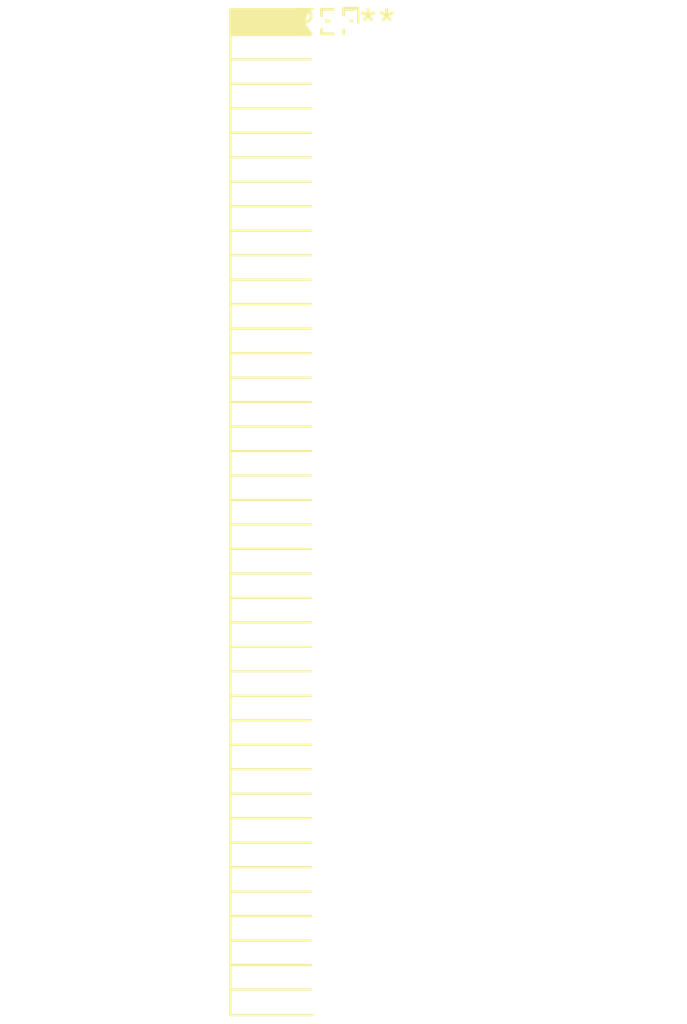
<source format=kicad_pcb>
(kicad_pcb (version 20240108) (generator pcbnew)
  (layers (0 "F.Cu" signal) (31 "B.Cu" signal) (34 "B.Paste" user) (35 "F.Paste" user) (36 "B.SilkS" user "B.Silkscreen") (37 "F.SilkS" user "F.Silkscreen") (38 "B.Mask" user) (39 "F.Mask" user) (44 "Edge.Cuts" user))
  (net 0 "")
  (footprint "PinSocket_2x41_P1.27mm_Horizontal" (layer "F.Cu") (at 0 0)
    (property "Reference" "REF**")
    (property "Value" "PinSocket_2x41_P1.27mm_Horizontal")
    (fp_line (start -5.88 -0.695) (end -5.88 51.495) (layer "F.SilkS") (stroke (width 0.12)))
    (fp_line (start -5.88 -0.695) (end -1.57753 -0.695) (layer "F.SilkS") (stroke (width 0.12)))
    (fp_line (start -5.88 -0.575) (end -1.766966 -0.575) (layer "F.SilkS") (stroke (width 0.12)))
    (fp_line (start -5.88 -0.465) (end -1.871145 -0.465) (layer "F.SilkS") (stroke (width 0.12)))
    (fp_line (start -5.88 -0.355) (end -1.941993 -0.355) (layer "F.SilkS") (stroke (width 0.12)))
    (fp_line (start -5.88 -0.245) (end -1.989427 -0.245) (layer "F.SilkS") (stroke (width 0.12)))
    (fp_line (start -5.88 -0.135) (end -2.017914 -0.135) (layer "F.SilkS") (stroke (width 0.12)))
    (fp_line (start -5.88 -0.025) (end -2.029589 -0.025) (layer "F.SilkS") (stroke (width 0.12)))
    (fp_line (start -5.88 0.085) (end -2.025232 0.085) (layer "F.SilkS") (stroke (width 0.12)))
    (fp_line (start -5.88 0.195) (end -2.004558 0.195) (layer "F.SilkS") (stroke (width 0.12)))
    (fp_line (start -5.88 0.305) (end -1.966114 0.305) (layer "F.SilkS") (stroke (width 0.12)))
    (fp_line (start -5.88 0.415) (end -1.906691 0.415) (layer "F.SilkS") (stroke (width 0.12)))
    (fp_line (start -5.88 0.525) (end -1.819523 0.525) (layer "F.SilkS") (stroke (width 0.12)))
    (fp_line (start -5.88 0.635) (end -1.687582 0.635) (layer "F.SilkS") (stroke (width 0.12)))
    (fp_line (start -5.88 1.905) (end -1.687582 1.905) (layer "F.SilkS") (stroke (width 0.12)))
    (fp_line (start -5.88 3.175) (end -1.687582 3.175) (layer "F.SilkS") (stroke (width 0.12)))
    (fp_line (start -5.88 4.445) (end -1.687582 4.445) (layer "F.SilkS") (stroke (width 0.12)))
    (fp_line (start -5.88 5.715) (end -1.687582 5.715) (layer "F.SilkS") (stroke (width 0.12)))
    (fp_line (start -5.88 6.985) (end -1.687582 6.985) (layer "F.SilkS") (stroke (width 0.12)))
    (fp_line (start -5.88 8.255) (end -1.687582 8.255) (layer "F.SilkS") (stroke (width 0.12)))
    (fp_line (start -5.88 9.525) (end -1.687582 9.525) (layer "F.SilkS") (stroke (width 0.12)))
    (fp_line (start -5.88 10.795) (end -1.687582 10.795) (layer "F.SilkS") (stroke (width 0.12)))
    (fp_line (start -5.88 12.065) (end -1.687582 12.065) (layer "F.SilkS") (stroke (width 0.12)))
    (fp_line (start -5.88 13.335) (end -1.687582 13.335) (layer "F.SilkS") (stroke (width 0.12)))
    (fp_line (start -5.88 14.605) (end -1.687582 14.605) (layer "F.SilkS") (stroke (width 0.12)))
    (fp_line (start -5.88 15.875) (end -1.687582 15.875) (layer "F.SilkS") (stroke (width 0.12)))
    (fp_line (start -5.88 17.145) (end -1.687582 17.145) (layer "F.SilkS") (stroke (width 0.12)))
    (fp_line (start -5.88 18.415) (end -1.687582 18.415) (layer "F.SilkS") (stroke (width 0.12)))
    (fp_line (start -5.88 19.685) (end -1.687582 19.685) (layer "F.SilkS") (stroke (width 0.12)))
    (fp_line (start -5.88 20.955) (end -1.687582 20.955) (layer "F.SilkS") (stroke (width 0.12)))
    (fp_line (start -5.88 22.225) (end -1.687582 22.225) (layer "F.SilkS") (stroke (width 0.12)))
    (fp_line (start -5.88 23.495) (end -1.687582 23.495) (layer "F.SilkS") (stroke (width 0.12)))
    (fp_line (start -5.88 24.765) (end -1.687582 24.765) (layer "F.SilkS") (stroke (width 0.12)))
    (fp_line (start -5.88 26.035) (end -1.687582 26.035) (layer "F.SilkS") (stroke (width 0.12)))
    (fp_line (start -5.88 27.305) (end -1.687582 27.305) (layer "F.SilkS") (stroke (width 0.12)))
    (fp_line (start -5.88 28.575) (end -1.687582 28.575) (layer "F.SilkS") (stroke (width 0.12)))
    (fp_line (start -5.88 29.845) (end -1.687582 29.845) (layer "F.SilkS") (stroke (width 0.12)))
    (fp_line (start -5.88 31.115) (end -1.687582 31.115) (layer "F.SilkS") (stroke (width 0.12)))
    (fp_line (start -5.88 32.385) (end -1.687582 32.385) (layer "F.SilkS") (stroke (width 0.12)))
    (fp_line (start -5.88 33.655) (end -1.687582 33.655) (layer "F.SilkS") (stroke (width 0.12)))
    (fp_line (start -5.88 34.925) (end -1.687582 34.925) (layer "F.SilkS") (stroke (width 0.12)))
    (fp_line (start -5.88 36.195) (end -1.687582 36.195) (layer "F.SilkS") (stroke (width 0.12)))
    (fp_line (start -5.88 37.465) (end -1.687582 37.465) (layer "F.SilkS") (stroke (width 0.12)))
    (fp_line (start -5.88 38.735) (end -1.687582 38.735) (layer "F.SilkS") (stroke (width 0.12)))
    (fp_line (start -5.88 40.005) (end -1.687582 40.005) (layer "F.SilkS") (stroke (width 0.12)))
    (fp_line (start -5.88 41.275) (end -1.687582 41.275) (layer "F.SilkS") (stroke (width 0.12)))
    (fp_line (start -5.88 42.545) (end -1.687582 42.545) (layer "F.SilkS") (stroke (width 0.12)))
    (fp_line (start -5.88 43.815) (end -1.687582 43.815) (layer "F.SilkS") (stroke (width 0.12)))
    (fp_line (start -5.88 45.085) (end -1.687582 45.085) (layer "F.SilkS") (stroke (width 0.12)))
    (fp_line (start -5.88 46.355) (end -1.687582 46.355) (layer "F.SilkS") (stroke (width 0.12)))
    (fp_line (start -5.88 47.625) (end -1.687582 47.625) (layer "F.SilkS") (stroke (width 0.12)))
    (fp_line (start -5.88 48.895) (end -1.687582 48.895) (layer "F.SilkS") (stroke (width 0.12)))
    (fp_line (start -5.88 50.165) (end -1.687582 50.165) (layer "F.SilkS") (stroke (width 0.12)))
    (fp_line (start -5.88 51.495) (end -1.57753 51.495) (layer "F.SilkS") (stroke (width 0.12)))
    (fp_line (start 0 -0.76) (end 0.76 -0.76) (layer "F.SilkS") (stroke (width 0.12)))
    (fp_line (start 0.76 -0.76) (end 0.76 0) (layer "F.SilkS") (stroke (width 0.12)))
    (pad "1" thru_hole rect (at 0 0) (size 1 1) (drill 0.65) (layers *.Cu *.Mask) (remove_unused_layers))
    (pad "2" thru_hole oval (at -1.27 0) (size 1 1) (drill 0.65) (layers *.Cu *.Mask) (remove_unused_layers))
    (pad "3" thru_hole oval (at 0 1.27) (size 1 1) (drill 0.65) (layers *.Cu *.Mask) (remove_unused_layers))
    (pad "4" thru_hole oval (at -1.27 1.27) (size 1 1) (drill 0.65) (layers *.Cu *.Mask) (remove_unused_layers))
    (pad "5" thru_hole oval (at 0 2.54) (size 1 1) (drill 0.65) (layers *.Cu *.Mask) (remove_unused_layers))
    (pad "6" thru_hole oval (at -1.27 2.54) (size 1 1) (drill 0.65) (layers *.Cu *.Mask) (remove_unused_layers))
    (pad "7" thru_hole oval (at 0 3.81) (size 1 1) (drill 0.65) (layers *.Cu *.Mask) (remove_unused_layers))
    (pad "8" thru_hole oval (at -1.27 3.81) (size 1 1) (drill 0.65) (layers *.Cu *.Mask) (remove_unused_layers))
    (pad "9" thru_hole oval (at 0 5.08) (size 1 1) (drill 0.65) (layers *.Cu *.Mask) (remove_unused_layers))
    (pad "10" thru_hole oval (at -1.27 5.08) (size 1 1) (drill 0.65) (layers *.Cu *.Mask) (remove_unused_layers))
    (pad "11" thru_hole oval (at 0 6.35) (size 1 1) (drill 0.65) (layers *.Cu *.Mask) (remove_unused_layers))
    (pad "12" thru_hole oval (at -1.27 6.35) (size 1 1) (drill 0.65) (layers *.Cu *.Mask) (remove_unused_layers))
    (pad "13" thru_hole oval (at 0 7.62) (size 1 1) (drill 0.65) (layers *.Cu *.Mask) (remove_unused_layers))
    (pad "14" thru_hole oval (at -1.27 7.62) (size 1 1) (drill 0.65) (layers *.Cu *.Mask) (remove_unused_layers))
    (pad "15" thru_hole oval (at 0 8.89) (size 1 1) (drill 0.65) (layers *.Cu *.Mask) (remove_unused_layers))
    (pad "16" thru_hole oval (at -1.27 8.89) (size 1 1) (drill 0.65) (layers *.Cu *.Mask) (remove_unused_layers))
    (pad "17" thru_hole oval (at 0 10.16) (size 1 1) (drill 0.65) (layers *.Cu *.Mask) (remove_unused_layers))
    (pad "18" thru_hole oval (at -1.27 10.16) (size 1 1) (drill 0.65) (layers *.Cu *.Mask) (remove_unused_layers))
    (pad "19" thru_hole oval (at 0 11.43) (size 1 1) (drill 0.65) (layers *.Cu *.Mask) (remove_unused_layers))
    (pad "20" thru_hole oval (at -1.27 11.43) (size 1 1) (drill 0.65) (layers *.Cu *.Mask) (remove_unused_layers))
    (pad "21" thru_hole oval (at 0 12.7) (size 1 1) (drill 0.65) (layers *.Cu *.Mask) (remove_unused_layers))
    (pad "22" thru_hole oval (at -1.27 12.7) (size 1 1) (drill 0.65) (layers *.Cu *.Mask) (remove_unused_layers))
    (pad "23" thru_hole oval (at 0 13.97) (size 1 1) (drill 0.65) (layers *.Cu *.Mask) (remove_unused_layers))
    (pad "24" thru_hole oval (at -1.27 13.97) (size 1 1) (drill 0.65) (layers *.Cu *.Mask) (remove_unused_layers))
    (pad "25" thru_hole oval (at 0 15.24) (size 1 1) (drill 0.65) (layers *.Cu *.Mask) (remove_unused_layers))
    (pad "26" thru_hole oval (at -1.27 15.24) (size 1 1) (drill 0.65) (layers *.Cu *.Mask) (remove_unused_layers))
    (pad "27" thru_hole oval (at 0 16.51) (size 1 1) (drill 0.65) (layers *.Cu *.Mask) (remove_unused_layers))
    (pad "28" thru_hole oval (at -1.27 16.51) (size 1 1) (drill 0.65) (layers *.Cu *.Mask) (remove_unused_layers))
    (pad "29" thru_hole oval (at 0 17.78) (size 1 1) (drill 0.65) (layers *.Cu *.Mask) (remove_unused_layers))
    (pad "30" thru_hole oval (at -1.27 17.78) (size 1 1) (drill 0.65) (layers *.Cu *.Mask) (remove_unused_layers))
    (pad "31" thru_hole oval (at 0 19.05) (size 1 1) (drill 0.65) (layers *.Cu *.Mask) (remove_unused_layers))
    (pad "32" thru_hole oval (at -1.27 19.05) (size 1 1) (drill 0.65) (layers *.Cu *.Mask) (remove_unused_layers))
    (pad "33" thru_hole oval (at 0 20.32) (size 1 1) (drill 0.65) (layers *.Cu *.Mask) (remove_unused_layers))
    (pad "34" thru_hole oval (at -1.27 20.32) (size 1 1) (drill 0.65) (layers *.Cu *.Mask) (remove_unused_layers))
    (pad "35" thru_hole oval (at 0 21.59) (size 1 1) (drill 0.65) (layers *.Cu *.Mask) (remove_unused_layers))
    (pad "36" thru_hole oval (at -1.27 21.59) (size 1 1) (drill 0.65) (layers *.Cu *.Mask) (remove_unused_layers))
    (pad "37" thru_hole oval (at 0 22.86) (size 1 1) (drill 0.65) (layers *.Cu *.Mask) (remove_unused_layers))
    (pad "38" thru_hole oval (at -1.27 22.86) (size 1 1) (drill 0.65) (layers *.Cu *.Mask) (remove_unused_layers))
    (pad "39" thru_hole oval (at 0 24.13) (size 1 1) (drill 0.65) (layers *.Cu *.Mask) (remove_unused_layers))
    (pad "40" thru_hole oval (at -1.27 24.13) (size 1 1) (drill 0.65) (layers *.Cu *.Mask) (remove_unused_layers))
    (pad "41" thru_hole oval (at 0 25.4) (size 1 1) (drill 0.65) (layers *.Cu *.Mask) (remove_unused_layers))
    (pad "42" thru_hole oval (at -1.27 25.4) (size 1 1) (drill 0.65) (layers *.Cu *.Mask) (remove_unused_layers))
    (pad "43" thru_hole oval (at 0 26.67) (size 1 1) (drill 0.65) (layers *.Cu *.Mask) (remove_unused_layers))
    (pad "44" thru_hole oval (at -1.27 26.67) (size 1 1) (drill 0.65) (layers *.Cu *.Mask) (remove_unused_layers))
    (pad "45" thru_hole oval (at 0 27.94) (size 1 1) (drill 0.65) (layers *.Cu *.Mask) (remove_unused_layers))
    (pad "46" thru_hole oval (at -1.27 27.94) (size 1 1) (drill 0.65) (layers *.Cu *.Mask) (remove_unused_layers))
    (pad "47" thru_hole oval (at 0 29.21) (size 1 1) (drill 0.65) (layers *.Cu *.Mask) (remove_unused_layers))
    (pad "48" thru_hole oval (at -1.27 29.21) (size 1 1) (drill 0.65) (layers *.Cu *.Mask) (remove_unused_layers))
    (pad "49" thru_hole oval (at 0 30.48) (size 1 1) (drill 0.65) (layers *.Cu *.Mask) (remove_unused_layers))
    (pad "50" thru_hole oval (at -1.27 30.48) (size 1 1) (drill 0.65) (layers *.Cu *.Mask) (remove_unused_layers))
    (pad "51" thru_hole oval (at 0 31.75) (size 1 1) (drill 0.65) (layers *.Cu *.Mask) (remove_unused_layers))
    (pad "52" thru_hole oval (at -1.27 31.75) (size 1 1) (drill 0.65) (layers *.Cu *.Mask) (remove_unused_layers))
    (pad "53" thru_hole oval (at 0 33.02) (size 1 1) (drill 0.65) (layers *.Cu *.Mask) (remove_unused_layers))
    (pad "54" thru_hole oval (at -1.27 33.02) (size 1 1) (drill 0.65) (layers *.Cu *.Mask) (remove_unused_layers))
    (pad "55" thru_hole oval (at 0 34.29) (size 1 1) (drill 0.65) (layers *.Cu *.Mask) (remove_unused_layers))
    (pad "56" thru_hole oval (at -1.27 34.29) (size 1 1) (drill 0.65) (layers *.Cu *.Mask) (remove_unused_layers))
    (pad "57" thru_hole oval (at 0 35.56) (size 1 1) (drill 0.65) (layers *.Cu *.Mask) (remove_unused_layers))
    (pad "58" thru_hole oval (at -1.27 35.56) (size 1 1) (drill 0.65) (layers *.Cu *.Mask) (remove_unused_layers))
    (pad "59" thru_hole oval (at 0 36.83) (size 1 1) (drill 0.65) (layers *.Cu *.Mask) (remove_unused_layers))
    (pad "60" thru_hole oval (at -1.27 36.83) (size 1 1) (drill 0.65) (layers *.Cu *.Mask) (remove_unused_layers))
    (pad "61" thru_hole oval (at 0 38.1) (size 1 1) (drill 0.65) (layers *.Cu *.Mask) (remove_unused_layers))
    (pad "62" thru_hole oval (at -1.27 38.1) (size 1 1) (drill 0.65) (layers *.Cu *.Mask) (remove_unused_layers))
    (pad "63" thru_hole oval (at 0 39.37) (size 1 1) (drill 0.65) (layers *.Cu *.Mask) (remove_unused_layers))
    (pad "64" thru_hole oval (at -1.27 39.37) (size 1 1) (drill 0.65) (layers *.Cu *.Mask) (remove_unused_layers))
    (pad "65" thru_hole oval (at 0 40.64) (size 1 1) (drill 0.65) (layers *.Cu *.Mask) (remove_unused_layers))
    (pad "66" thru_hole oval (at -1.27 40.64) (size 1 1) (drill 0.65) (layers *.Cu *.Mask) (remove_unused_layers))
    (pad "67" thru_hole oval (at 0 41.91) (size 1 1) (drill 0.65) (layers *.Cu *.Mask) (remove_unused_layers))
    (pad "68" thru_hole oval (at -1.27 41.91) (size 1 1) (drill 0.65) (layers *.Cu *.Mask) (remove_unused_layers))
    (pad "69" thru_hole oval (at 0 43.18) (size 1 1) (drill 0.65) (layers *.Cu *.Mask) (remove_unused_layers))
    (pad "70" thru_hole oval (at -1.27 43.18) (size 1 1) (drill 0.65) (layers *.Cu *.Mask) (remove_unused_layers))
    (pad "71" thru_hole oval (at 0 44.45) (size 1 1) (drill 0.65) (layers *.Cu *.Mask) (remove_unused_layers))
    (pad "72" thru_hole oval (at -1.27 44.45) (size 1 1) (drill 0.65) (layers *.Cu *.Mask) (remove_unused_layers))
    (pad "73" thru_hole oval (at 0 45.72) (size 1 1) (drill 0.65) (layers *.Cu *.Mask) (remove_unused_layers))
    (pad "74" thru_hole oval (at -1.27 45.72) (size 1 1) (drill 0.65) (layers *.Cu *.Mask) (remove_unused_layers))
    (pad "75" thru_hole oval (at 0 46.99) (size 1 1) (drill 0.65) (layers *.Cu *.Mask) (remove_unused_layers))
    (pad "76" thru_hole oval (at -1.27 46.99) (size 1 1) (drill 0.65) (layers *.Cu *.Mask) (remove_unused_layers))
    (pad "77" thru_hole oval (at 0 48.26) (size 1 1) (drill 0.65) (layers *.Cu *.Mask) (remove_unused_layers))
    (pad "78" thru_hole oval (at -1.27 48.26) (size 1 1) (drill 0.65) (layers *.Cu *.Mask) (remove_unused_layers))
    (pad "79" thru_hole oval (at 0 49.53) (size 1 1) (drill 0.65) (layers *.Cu *.Mask) (remove_unused_layers))
    (pad "80" thru_hole oval (at -1.27 49.53) (size 1 1) (drill 0.65) (layers *.Cu *.Mask) (remove_unused_layers))
    (pad "81" thru_hole oval (at 0 50.8) (size 1 1) (drill 0.65) (layers *.Cu *.Mask) (remove_unused_layers))
    (pad "82" thru_hole oval (at -1.27 50.8) (size 1 1) (drill 0.65) (layers *.Cu *.Mask) (remove_unused_layers))
  )
)
</source>
